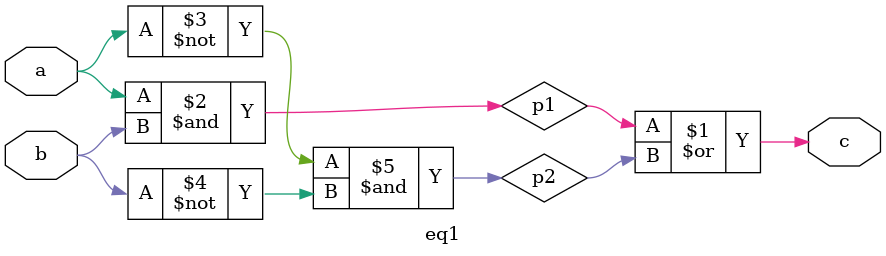
<source format=v>
module eq1(
	   input wire a, b,
	   output wire c
	   );
   wire 	       p1, p2;
   assign c = p1 | p2;
   assign p1 = a & b;
   assign p2 = ~a & ~b;
endmodule

</source>
